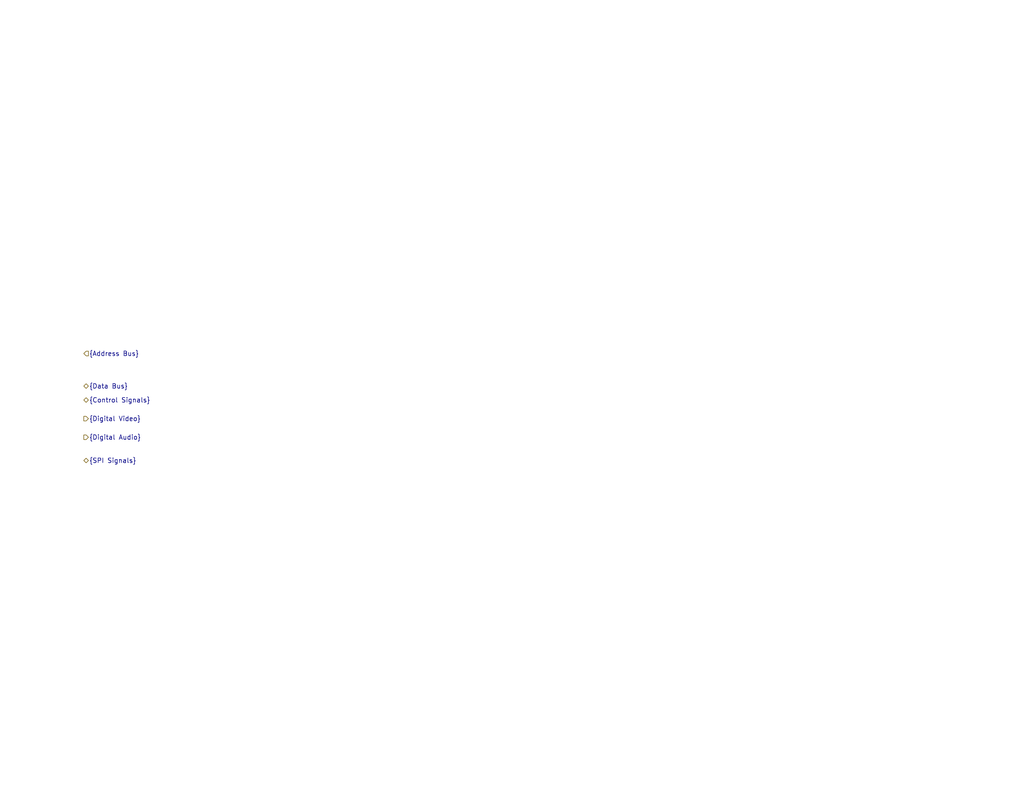
<source format=kicad_sch>
(kicad_sch (version 20230121) (generator eeschema)
  (paper "USLetter")
  (title_block (title "Sentinel 65X") (rev "0") (company "Stuidio 8502"))
  (lib_symbols)
  (bus_alias "SPI Signals" (members "~{SS}" "SCK" "MOSI" "MISO"))
  (hierarchical_label "{Address Bus}" (shape input) (at 22.86 96.52 0))
  (hierarchical_label "{Digital Audio}" (shape output) (at 22.86 119.38 0))
  (hierarchical_label "{Control Signals}" (shape bidirectional) (at 22.86 109.22 0))
  (hierarchical_label "{Digital Video}" (shape output) (at 22.86 114.3 0))
  (hierarchical_label "{SPI Signals}" (shape bidirectional) (at 22.86 125.73 0))
  (hierarchical_label "{Data Bus}" (shape bidirectional) (at 22.86 105.41 0))
)
</source>
